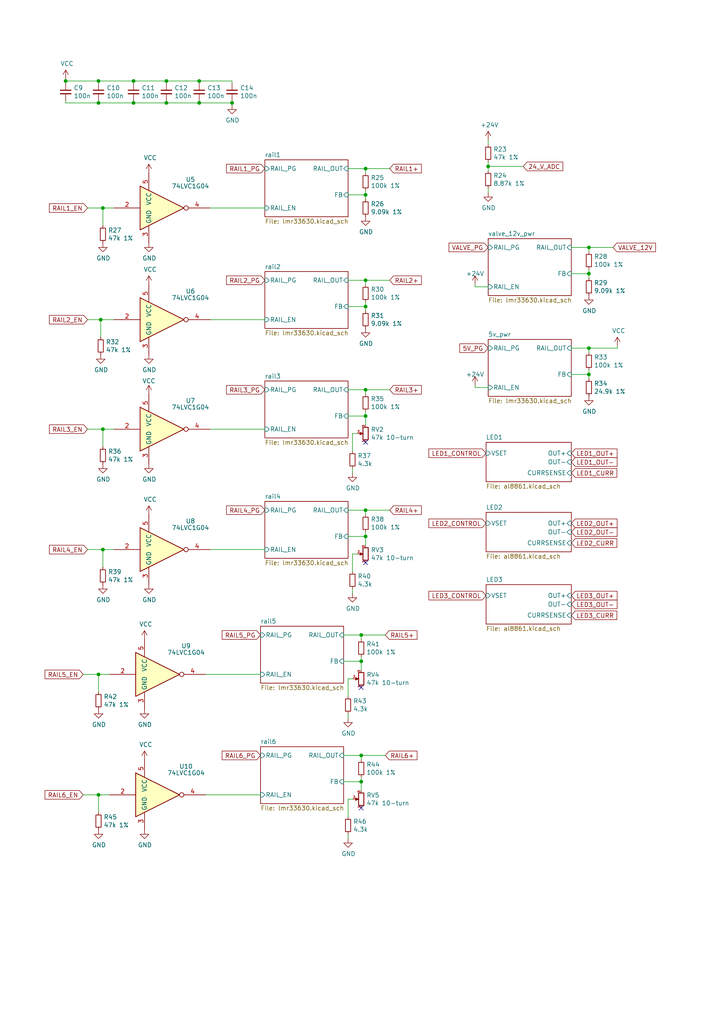
<source format=kicad_sch>
(kicad_sch (version 20230121) (generator eeschema)
  (paper "A4" portrait)
  (title_block (title "Pip Control Board") (date "2024-02-18") (rev "v3") (company "Max Hunter"))
  (lib_symbols
    (symbol "+24V_1" (power) (pin_names (offset 0))
      (property "Value" "+24V_1" (at 0 3.556 0))
      (symbol "+24V_1_0_1"
        (polyline (pts (xy -0.762 1.27) (xy 0 2.54)))
        (polyline (pts (xy 0 0) (xy 0 2.54)))
        (polyline (pts (xy 0 2.54) (xy 0.762 1.27)))
      )
      (symbol "+24V_1_1_1"
        (pin power_in line (at 0 0 90) (length 0) hide (name "+24V") (number "1"))
      )
    )
    (symbol "74xGxx:74LVC1G04"
      (property "Reference" "U" (at 0 7.62 0))
      (property "Value" "74LVC1G04" (at 5.08 -7.62 0))
      (symbol "74LVC1G04_0_1"
        (polyline (pts (xy -7.62 6.35) (xy -7.62 -6.35) (xy 5.08 0) (xy -7.62 6.35)) (stroke (width 0.254)) (fill (type background)))
      )
      (symbol "74LVC1G04_1_1"
        (pin input line (at -15.24 0 0) (length 7.62) (name "~") (number "2"))
        (pin power_in line (at -5.08 -10.16 90) (length 5.08) (name "GND") (number "3"))
        (pin output inverted (at 12.7 0 180) (length 7.62) (name "~") (number "4"))
        (pin power_in line (at -5.08 10.16 270) (length 5.08) (name "VCC") (number "5"))
      )
    )
    (symbol "Device:C_Small" (pin_numbers hide) (pin_names (offset 0.254) hide)
      (property "Reference" "C" (at 0.254 1.778 0))
      (property "Value" "C_Small" (at 0.254 -2.032 0))
      (symbol "C_Small_0_1"
        (polyline (pts (xy -1.524 -0.508) (xy 1.524 -0.508)) (stroke (width 0.3302)))
        (polyline (pts (xy -1.524 0.508) (xy 1.524 0.508)) (stroke (width 0.3048)))
      )
      (symbol "C_Small_1_1"
        (pin passive line (at 0 2.54 270) (length 2.032) (name "~") (number "1"))
        (pin passive line (at 0 -2.54 90) (length 2.032) (name "~") (number "2"))
      )
    )
    (symbol "Device:R_Potentiometer_Small" (pin_names (offset 1.016) hide)
      (property "Reference" "RV" (at -4.445 0 90))
      (property "Value" "R_Potentiometer_Small" (at -2.54 0 90))
      (symbol "R_Potentiometer_Small_0_1"
        (polyline (pts (xy 0.889 0) (xy 0.635 0) (xy 1.651 0.381) (xy 1.651 -0.381) (xy 0.635 0) (xy 0.889 0)) (fill (type outline)))
        (rectangle (start 0.762 1.8034) (end -0.762 -1.8034) (stroke (width 0.254)))
      )
      (symbol "R_Potentiometer_Small_1_1"
        (pin passive line (at 0 2.54 270) (length 0.635) (name "1") (number "1"))
        (pin passive line (at 2.54 0 180) (length 0.9906) (name "2") (number "2"))
        (pin passive line (at 0 -2.54 90) (length 0.635) (name "3") (number "3"))
      )
    )
    (symbol "Device:R_Small" (pin_numbers hide) (pin_names (offset 0.254) hide)
      (property "Reference" "R" (at 0.762 0.508 0))
      (property "Value" "R_Small" (at 0.762 -1.016 0))
      (symbol "R_Small_0_1"
        (rectangle (start -0.762 1.778) (end 0.762 -1.778) (stroke (width 0.2032)))
      )
      (symbol "R_Small_1_1"
        (pin passive line (at 0 2.54 270) (length 0.762) (name "~") (number "1"))
        (pin passive line (at 0 -2.54 90) (length 0.762) (name "~") (number "2"))
      )
    )
    (symbol "GND_20" (power) (pin_names (offset 0))
      (property "Value" "GND_20" (at 0 -3.81 0))
      (symbol "GND_20_0_1"
        (polyline (pts (xy 0 0) (xy 0 -1.27) (xy 1.27 -1.27) (xy 0 -2.54) (xy -1.27 -1.27) (xy 0 -1.27)))
      )
      (symbol "GND_20_1_1"
        (pin power_in line (at 0 0 270) (length 0) hide (name "GND") (number "1"))
      )
    )
    (symbol "GND_6" (power) (pin_names (offset 0))
      (property "Value" "GND_6" (at 0 -3.81 0))
      (symbol "GND_6_0_1"
        (polyline (pts (xy 0 0) (xy 0 -1.27) (xy 1.27 -1.27) (xy 0 -2.54) (xy -1.27 -1.27) (xy 0 -1.27)))
      )
      (symbol "GND_6_1_1"
        (pin power_in line (at 0 0 270) (length 0) hide (name "GND") (number "1"))
      )
    )
    (symbol "power:+24V" (power) (pin_names (offset 0))
      (property "Value" "+24V" (at 0 3.556 0))
      (symbol "+24V_0_1"
        (polyline (pts (xy -0.762 1.27) (xy 0 2.54)))
        (polyline (pts (xy 0 0) (xy 0 2.54)))
        (polyline (pts (xy 0 2.54) (xy 0.762 1.27)))
      )
      (symbol "+24V_1_1"
        (pin power_in line (at 0 0 90) (length 0) hide (name "+24V") (number "1"))
      )
    )
    (symbol "power:GND" (power) (pin_names (offset 0))
      (property "Value" "GND" (at 0 -3.81 0))
      (symbol "GND_0_1"
        (polyline (pts (xy 0 0) (xy 0 -1.27) (xy 1.27 -1.27) (xy 0 -2.54) (xy -1.27 -1.27) (xy 0 -1.27)))
      )
      (symbol "GND_1_1"
        (pin power_in line (at 0 0 270) (length 0) hide (name "GND") (number "1"))
      )
    )
    (symbol "power:VCC" (power) (pin_names (offset 0))
      (property "Value" "VCC" (at 0 3.81 0))
      (symbol "VCC_0_1"
        (polyline (pts (xy -0.762 1.27) (xy 0 2.54)))
        (polyline (pts (xy 0 0) (xy 0 2.54)))
        (polyline (pts (xy 0 2.54) (xy 0.762 1.27)))
      )
      (symbol "VCC_1_1"
        (pin power_in line (at 0 0 90) (length 0) hide (name "VCC") (number "1"))
      )
    )
  )
  (junction (at 106.045 56.515))
  (junction (at 29.845 60.325))
  (junction (at 104.775 191.77))
  (junction (at 28.575 195.58))
  (junction (at 106.045 155.575))
  (junction (at 104.775 219.075))
  (junction (at 29.845 124.46))
  (junction (at 29.21 92.71))
  (junction (at 170.815 79.375))
  (junction (at 170.815 71.755))
  (junction (at 48.26 23.495))
  (junction (at 48.26 29.845))
  (junction (at 104.775 184.15))
  (junction (at 104.775 226.695))
  (junction (at 19.05 23.495))
  (junction (at 67.31 29.845))
  (junction (at 106.045 147.955))
  (junction (at 106.045 48.895))
  (junction (at 141.605 48.26))
  (junction (at 57.785 23.495))
  (junction (at 106.045 88.9))
  (junction (at 170.815 108.585))
  (junction (at 28.575 29.845))
  (junction (at 38.735 23.495))
  (junction (at 29.845 159.385))
  (junction (at 106.045 113.03))
  (junction (at 28.575 230.505))
  (junction (at 170.815 100.965))
  (junction (at 57.785 29.845))
  (junction (at 38.735 29.845))
  (junction (at 106.045 81.28))
  (junction (at 106.045 120.65))
  (junction (at 28.575 23.495))
  (no_connect (at 106.045 163.195))
  (no_connect (at 106.045 128.27))
  (no_connect (at 104.775 199.39))
  (no_connect (at 104.775 234.315))
  (wire (pts (xy 170.815 100.965) (xy 170.815 102.235)))
  (wire (pts (xy 38.735 23.495) (xy 48.26 23.495)))
  (wire (pts (xy 104.775 219.075) (xy 104.775 220.345)))
  (wire (pts (xy 141.605 49.53) (xy 141.605 48.26)))
  (wire (pts (xy 99.695 184.15) (xy 104.775 184.15)))
  (wire (pts (xy 106.045 120.65) (xy 106.045 123.19)))
  (wire (pts (xy 102.235 231.775) (xy 100.965 231.775)))
  (wire (pts (xy 137.795 82.55) (xy 137.795 83.185)))
  (wire (pts (xy 106.045 88.9) (xy 106.045 90.17)))
  (wire (pts (xy 104.775 226.695) (xy 104.775 229.235)))
  (wire (pts (xy 67.31 24.13) (xy 67.31 23.495)))
  (wire (pts (xy 103.505 160.655) (xy 102.235 160.655)))
  (wire (pts (xy 106.045 88.9) (xy 106.045 87.63)))
  (wire (pts (xy 28.575 23.495) (xy 28.575 24.13)))
  (wire (pts (xy 28.575 230.505) (xy 28.575 235.585)))
  (wire (pts (xy 24.13 195.58) (xy 28.575 195.58)))
  (wire (pts (xy 102.235 125.73) (xy 102.235 130.81)))
  (wire (pts (xy 99.695 219.075) (xy 104.775 219.075)))
  (wire (pts (xy 106.045 154.305) (xy 106.045 155.575)))
  (wire (pts (xy 104.775 225.425) (xy 104.775 226.695)))
  (wire (pts (xy 28.575 195.58) (xy 31.75 195.58)))
  (wire (pts (xy 60.96 124.46) (xy 76.835 124.46)))
  (wire (pts (xy 104.775 184.15) (xy 111.76 184.15)))
  (wire (pts (xy 103.505 125.73) (xy 102.235 125.73)))
  (wire (pts (xy 137.795 83.185) (xy 141.605 83.185)))
  (wire (pts (xy 24.13 230.505) (xy 28.575 230.505)))
  (wire (pts (xy 29.845 60.325) (xy 33.02 60.325)))
  (wire (pts (xy 28.575 230.505) (xy 31.75 230.505)))
  (wire (pts (xy 106.045 56.515) (xy 106.045 57.785)))
  (wire (pts (xy 48.26 29.845) (xy 57.785 29.845)))
  (wire (pts (xy 19.05 22.86) (xy 19.05 23.495)))
  (wire (pts (xy 25.4 159.385) (xy 29.845 159.385)))
  (wire (pts (xy 106.045 119.38) (xy 106.045 120.65)))
  (wire (pts (xy 59.69 195.58) (xy 75.565 195.58)))
  (wire (pts (xy 170.815 79.375) (xy 170.815 78.105)))
  (wire (pts (xy 25.4 60.325) (xy 29.845 60.325)))
  (wire (pts (xy 29.845 124.46) (xy 33.02 124.46)))
  (wire (pts (xy 102.235 196.85) (xy 100.965 196.85)))
  (wire (pts (xy 141.605 55.88) (xy 141.605 54.61)))
  (wire (pts (xy 60.96 159.385) (xy 76.835 159.385)))
  (wire (pts (xy 57.785 23.495) (xy 67.31 23.495)))
  (wire (pts (xy 106.045 81.28) (xy 106.045 82.55)))
  (wire (pts (xy 170.815 100.965) (xy 179.07 100.965)))
  (wire (pts (xy 165.735 79.375) (xy 170.815 79.375)))
  (wire (pts (xy 170.815 79.375) (xy 170.815 80.645)))
  (wire (pts (xy 57.785 23.495) (xy 57.785 24.13)))
  (wire (pts (xy 100.965 120.65) (xy 106.045 120.65)))
  (wire (pts (xy 100.965 81.28) (xy 106.045 81.28)))
  (wire (pts (xy 141.605 48.26) (xy 141.605 46.99)))
  (wire (pts (xy 60.96 60.325) (xy 76.835 60.325)))
  (wire (pts (xy 48.26 29.21) (xy 48.26 29.845)))
  (wire (pts (xy 106.045 81.28) (xy 113.03 81.28)))
  (wire (pts (xy 29.845 159.385) (xy 29.845 164.465)))
  (wire (pts (xy 100.965 231.775) (xy 100.965 236.855)))
  (wire (pts (xy 25.4 92.71) (xy 29.21 92.71)))
  (wire (pts (xy 59.69 230.505) (xy 75.565 230.505)))
  (wire (pts (xy 102.235 137.16) (xy 102.235 135.89)))
  (wire (pts (xy 29.845 60.325) (xy 29.845 65.405)))
  (wire (pts (xy 28.575 195.58) (xy 28.575 200.66)))
  (wire (pts (xy 57.785 29.21) (xy 57.785 29.845)))
  (wire (pts (xy 100.965 208.28) (xy 100.965 207.01)))
  (wire (pts (xy 106.045 155.575) (xy 106.045 158.115)))
  (wire (pts (xy 67.31 29.21) (xy 67.31 29.845)))
  (wire (pts (xy 137.795 111.76) (xy 137.795 112.395)))
  (wire (pts (xy 48.26 23.495) (xy 48.26 24.13)))
  (wire (pts (xy 100.965 155.575) (xy 106.045 155.575)))
  (wire (pts (xy 60.96 92.71) (xy 76.835 92.71)))
  (wire (pts (xy 29.21 92.71) (xy 33.02 92.71)))
  (wire (pts (xy 102.235 160.655) (xy 102.235 165.735)))
  (wire (pts (xy 99.695 226.695) (xy 104.775 226.695)))
  (wire (pts (xy 38.735 29.845) (xy 48.26 29.845)))
  (wire (pts (xy 106.045 48.895) (xy 106.045 50.165)))
  (wire (pts (xy 19.05 29.845) (xy 28.575 29.845)))
  (wire (pts (xy 67.31 29.845) (xy 67.31 30.48)))
  (wire (pts (xy 100.965 48.895) (xy 106.045 48.895)))
  (wire (pts (xy 104.775 219.075) (xy 111.76 219.075)))
  (wire (pts (xy 29.845 159.385) (xy 33.02 159.385)))
  (wire (pts (xy 100.965 196.85) (xy 100.965 201.93)))
  (wire (pts (xy 106.045 147.955) (xy 106.045 149.225)))
  (wire (pts (xy 106.045 56.515) (xy 106.045 55.245)))
  (wire (pts (xy 29.21 92.71) (xy 29.21 97.79)))
  (wire (pts (xy 19.05 29.21) (xy 19.05 29.845)))
  (wire (pts (xy 57.785 29.845) (xy 67.31 29.845)))
  (wire (pts (xy 170.815 71.755) (xy 177.8 71.755)))
  (wire (pts (xy 104.775 190.5) (xy 104.775 191.77)))
  (wire (pts (xy 106.045 147.955) (xy 113.03 147.955)))
  (wire (pts (xy 106.045 113.03) (xy 106.045 114.3)))
  (wire (pts (xy 104.775 191.77) (xy 104.775 194.31)))
  (wire (pts (xy 141.605 41.91) (xy 141.605 40.64)))
  (wire (pts (xy 102.235 172.085) (xy 102.235 170.815)))
  (wire (pts (xy 100.965 147.955) (xy 106.045 147.955)))
  (wire (pts (xy 100.965 243.205) (xy 100.965 241.935)))
  (wire (pts (xy 25.4 124.46) (xy 29.845 124.46)))
  (wire (pts (xy 179.07 100.965) (xy 179.07 100.33)))
  (wire (pts (xy 104.775 184.15) (xy 104.775 185.42)))
  (wire (pts (xy 100.965 88.9) (xy 106.045 88.9)))
  (wire (pts (xy 165.735 100.965) (xy 170.815 100.965)))
  (wire (pts (xy 38.735 29.21) (xy 38.735 29.845)))
  (wire (pts (xy 19.05 23.495) (xy 19.05 24.13)))
  (wire (pts (xy 28.575 29.21) (xy 28.575 29.845)))
  (wire (pts (xy 170.815 108.585) (xy 170.815 107.315)))
  (wire (pts (xy 165.735 71.755) (xy 170.815 71.755)))
  (wire (pts (xy 48.26 23.495) (xy 57.785 23.495)))
  (wire (pts (xy 100.965 56.515) (xy 106.045 56.515)))
  (wire (pts (xy 29.845 124.46) (xy 29.845 129.54)))
  (wire (pts (xy 99.695 191.77) (xy 104.775 191.77)))
  (wire (pts (xy 170.815 71.755) (xy 170.815 73.025)))
  (wire (pts (xy 28.575 29.845) (xy 38.735 29.845)))
  (wire (pts (xy 28.575 23.495) (xy 38.735 23.495)))
  (wire (pts (xy 106.045 48.895) (xy 113.03 48.895)))
  (wire (pts (xy 151.765 48.26) (xy 141.605 48.26)))
  (wire (pts (xy 106.045 113.03) (xy 113.03 113.03)))
  (wire (pts (xy 100.965 113.03) (xy 106.045 113.03)))
  (wire (pts (xy 137.795 112.395) (xy 141.605 112.395)))
  (wire (pts (xy 38.735 23.495) (xy 38.735 24.13)))
  (wire (pts (xy 19.05 23.495) (xy 28.575 23.495)))
  (wire (pts (xy 165.735 108.585) (xy 170.815 108.585)))
  (wire (pts (xy 170.815 108.585) (xy 170.815 109.855)))
  (global_label "RAIL4+" (shape input) (at 113.03 147.955 0) (property "Intersheetrefs" "${INTERSHEET_REFS}" (effects hide)))
  (global_label "LED1_OUT+" (shape input) (at 165.735 131.445 0) (property "Intersheetrefs" "${INTERSHEET_REFS}" (effects hide)))
  (global_label "RAIL6_EN" (shape input) (at 24.13 230.505 180) (property "Intersheetrefs" "${INTERSHEET_REFS}" (effects hide)))
  (global_label "VALVE_12V" (shape input) (at 177.8 71.755 0) (property "Intersheetrefs" "${INTERSHEET_REFS}" (effects hide)))
  (global_label "5V_PG" (shape input) (at 141.605 100.965 180) (property "Intersheetrefs" "${INTERSHEET_REFS}" (effects hide)))
  (global_label "RAIL3_EN" (shape input) (at 25.4 124.46 180) (property "Intersheetrefs" "${INTERSHEET_REFS}" (effects hide)))
  (global_label "LED1_CONTROL" (shape input) (at 140.97 131.445 180) (property "Intersheetrefs" "${INTERSHEET_REFS}" (effects hide)))
  (global_label "VALVE_PG" (shape input) (at 141.605 71.755 180) (property "Intersheetrefs" "${INTERSHEET_REFS}" (effects hide)))
  (global_label "RAIL4_EN" (shape input) (at 25.4 159.385 180) (property "Intersheetrefs" "${INTERSHEET_REFS}" (effects hide)))
  (global_label "LED2_CURR" (shape input) (at 165.735 157.48 0) (property "Intersheetrefs" "${INTERSHEET_REFS}" (effects hide)))
  (global_label "LED2_OUT+" (shape input) (at 165.735 151.765 0) (property "Intersheetrefs" "${INTERSHEET_REFS}" (effects hide)))
  (global_label "LED2_OUT-" (shape input) (at 165.735 154.305 0) (property "Intersheetrefs" "${INTERSHEET_REFS}" (effects hide)))
  (global_label "RAIL6_PG" (shape input) (at 75.565 219.075 180) (property "Intersheetrefs" "${INTERSHEET_REFS}" (effects hide)))
  (global_label "RAIL1_PG" (shape input) (at 76.835 48.895 180) (property "Intersheetrefs" "${INTERSHEET_REFS}" (effects hide)))
  (global_label "LED1_OUT-" (shape input) (at 165.735 133.985 0) (property "Intersheetrefs" "${INTERSHEET_REFS}" (effects hide)))
  (global_label "RAIL2_PG" (shape input) (at 76.835 81.28 180) (property "Intersheetrefs" "${INTERSHEET_REFS}" (effects hide)))
  (global_label "RAIL2+" (shape input) (at 113.03 81.28 0) (property "Intersheetrefs" "${INTERSHEET_REFS}" (effects hide)))
  (global_label "RAIL1+" (shape input) (at 113.03 48.895 0) (property "Intersheetrefs" "${INTERSHEET_REFS}" (effects hide)))
  (global_label "RAIL5+" (shape input) (at 111.76 184.15 0) (property "Intersheetrefs" "${INTERSHEET_REFS}" (effects hide)))
  (global_label "RAIL6+" (shape input) (at 111.76 219.075 0) (property "Intersheetrefs" "${INTERSHEET_REFS}" (effects hide)))
  (global_label "RAIL5_EN" (shape input) (at 24.13 195.58 180) (property "Intersheetrefs" "${INTERSHEET_REFS}" (effects hide)))
  (global_label "LED3_CONTROL" (shape input) (at 140.97 172.72 180) (property "Intersheetrefs" "${INTERSHEET_REFS}" (effects hide)))
  (global_label "RAIL2_EN" (shape input) (at 25.4 92.71 180) (property "Intersheetrefs" "${INTERSHEET_REFS}" (effects hide)))
  (global_label "LED3_CURR" (shape input) (at 165.735 178.435 0) (property "Intersheetrefs" "${INTERSHEET_REFS}" (effects hide)))
  (global_label "LED3_OUT+" (shape input) (at 165.735 172.72 0) (property "Intersheetrefs" "${INTERSHEET_REFS}" (effects hide)))
  (global_label "24_V_ADC" (shape input) (at 151.765 48.26 0) (property "Intersheetrefs" "${INTERSHEET_REFS}" (effects hide)))
  (global_label "LED1_CURR" (shape input) (at 165.735 137.16 0) (property "Intersheetrefs" "${INTERSHEET_REFS}" (effects hide)))
  (global_label "LED2_CONTROL" (shape input) (at 140.97 151.765 180) (property "Intersheetrefs" "${INTERSHEET_REFS}" (effects hide)))
  (global_label "RAIL3+" (shape input) (at 113.03 113.03 0) (property "Intersheetrefs" "${INTERSHEET_REFS}" (effects hide)))
  (global_label "RAIL4_PG" (shape input) (at 76.835 147.955 180) (property "Intersheetrefs" "${INTERSHEET_REFS}" (effects hide)))
  (global_label "RAIL5_PG" (shape input) (at 75.565 184.15 180) (property "Intersheetrefs" "${INTERSHEET_REFS}" (effects hide)))
  (global_label "RAIL1_EN" (shape input) (at 25.4 60.325 180) (property "Intersheetrefs" "${INTERSHEET_REFS}" (effects hide)))
  (global_label "RAIL3_PG" (shape input) (at 76.835 113.03 180) (property "Intersheetrefs" "${INTERSHEET_REFS}" (effects hide)))
  (global_label "LED3_OUT-" (shape input) (at 165.735 175.26 0) (property "Intersheetrefs" "${INTERSHEET_REFS}" (effects hide)))
  (symbol (lib_name "GND_20") (lib_id "power:GND") (at 106.045 95.25 0) (unit 1)
    (property "Reference" "#PWR058" (effects hide))
    (property "Value" "GND" (at 106.172 99.6442 0))
    (instances (project "pipcb" (path "" (reference "#PWR058") (unit 1))) (project "power" (path "" (reference "#PWR?") (unit 1))))
  )
  (symbol (lib_id "power:VCC") (at 179.07 100.33 0) (unit 1)
    (property "Reference" "#PWR059" (effects hide))
    (property "Value" "VCC" (at 179.451 95.9358 0))
  )
  (symbol (lib_id "power:GND") (at 141.605 55.88 0) (unit 1)
    (property "Reference" "#PWR051" (effects hide))
    (property "Value" "GND" (at 141.732 60.2742 0))
  )
  (symbol (lib_id "Device:R_Small") (at 141.605 44.45 180) (unit 1)
    (property "Reference" "R23" (at 143.1036 43.2816 0) (effects (justify right)))
    (property "Value" "47k 1%" (at 143.1036 45.593 0) (effects (justify right)))
    (property "Footprint" "Resistor_SMD:R_0805_2012Metric" (effects hide))
    (property "LCSC Part #" "C17713" (effects hide))
  )
  (symbol (lib_id "Device:R_Small") (at 141.605 52.07 180) (unit 1)
    (property "Reference" "R24" (at 143.1036 50.9016 0) (effects (justify right)))
    (property "Value" "8.87k 1%" (at 143.1036 53.213 0) (effects (justify right)))
    (property "Footprint" "Resistor_SMD:R_0805_2012Metric" (effects hide))
    (property "LCSC Part #" "C37551" (effects hide))
  )
  (symbol (lib_id "power:+24V") (at 141.605 40.64 0) (unit 1)
    (property "Reference" "#PWR049" (effects hide))
    (property "Value" "+24V" (at 141.986 36.2458 0))
  )
  (symbol (lib_name "GND_6") (lib_id "power:GND") (at 28.575 240.665 0) (unit 1)
    (property "Reference" "#PWR077" (effects hide))
    (property "Value" "GND" (at 28.702 245.0592 0))
    (instances (project "pipcb" (path "" (reference "#PWR077") (unit 1))) (project "power" (path "" (reference "#PWR?") (unit 1))))
  )
  (symbol (lib_id "Device:C_Small") (at 48.26 26.67 0) (unit 1)
    (property "Reference" "C12" (at 50.5968 25.5016 0) (effects (justify left)))
    (property "Value" "100n" (at 50.5968 27.813 0) (effects (justify left)))
    (property "Footprint" "Capacitor_SMD:C_0805_2012Metric" (effects hide))
    (property "LCSC Part #" "C28233" (effects hide))
    (instances (project "pipcb" (path "" (reference "C12") (unit 1)) (path "" (reference "C38") (unit 1)) (path "" (reference "C93") (unit 1)) (path "" (reference "C45") (unit 1)) (path "" (reference "C53") (unit 1)) (path "" (reference "C61") (unit 1)) (path "" (reference "C69") (unit 1)) (path "" (reference "C77") (unit 1)) (path "" (reference "C85") (unit 1))) (project "power" (path "" (reference "C?") (unit 1))))
  )
  (symbol (lib_id "74xGxx:74LVC1G04") (at 48.26 92.71 0) (unit 1)
    (property "Reference" "U6" (at 55.245 84.455 0))
    (property "Value" "74LVC1G04" (at 55.245 86.36 0))
    (property "Footprint" "Package_TO_SOT_SMD:SOT-353_SC-70-5" (effects hide))
    (property "Datasheet" "https://www.ti.com/lit/ds/symlink/sn74lvc1g04.pdf" (effects hide))
    (property "LCSC Part #" "C8207" (effects hide))
  )
  (symbol (lib_id "power:VCC") (at 43.18 149.225 0) (unit 1)
    (property "Reference" "#PWR068" (effects hide))
    (property "Value" "VCC" (at 43.561 144.8308 0))
  )
  (symbol (lib_id "74xGxx:74LVC1G04") (at 48.26 124.46 0) (unit 1)
    (property "Reference" "U7" (at 55.245 116.205 0))
    (property "Value" "74LVC1G04" (at 55.245 118.11 0))
    (property "Footprint" "Package_TO_SOT_SMD:SOT-353_SC-70-5" (effects hide))
    (property "Datasheet" "https://www.ti.com/lit/ds/symlink/sn74lvc1g04.pdf" (effects hide))
    (property "LCSC Part #" "C8207" (effects hide))
  )
  (symbol (lib_id "Device:R_Small") (at 106.045 85.09 0) (unit 1)
    (property "Reference" "R30" (at 107.5436 83.9216 0) (effects (justify left)))
    (property "Value" "100k 1%" (at 107.5436 86.233 0) (effects (justify left)))
    (property "Footprint" "Resistor_SMD:R_0805_2012Metric" (effects hide))
    (property "LCSC Part #" "C149504" (effects hide))
    (instances (project "pipcb" (path "" (reference "R30") (unit 1))) (project "power" (path "" (reference "R?") (unit 1))))
  )
  (symbol (lib_id "Device:R_Small") (at 104.775 222.885 0) (unit 1)
    (property "Reference" "R44" (at 106.2736 221.7166 0) (effects (justify left)))
    (property "Value" "100k 1%" (at 106.2736 224.028 0) (effects (justify left)))
    (property "Footprint" "Resistor_SMD:R_0805_2012Metric" (effects hide))
    (property "LCSC Part #" "C149504" (effects hide))
    (instances (project "pipcb" (path "" (reference "R44") (unit 1))) (project "power" (path "" (reference "R?") (unit 1))))
  )
  (symbol (lib_id "Device:R_Small") (at 170.815 75.565 0) (unit 1)
    (property "Reference" "R28" (at 172.3136 74.3966 0) (effects (justify left)))
    (property "Value" "100k 1%" (at 172.3136 76.708 0) (effects (justify left)))
    (property "Footprint" "Resistor_SMD:R_0805_2012Metric" (effects hide))
    (property "LCSC Part #" "C149504" (effects hide))
    (instances (project "pipcb" (path "" (reference "R28") (unit 1))) (project "power" (path "" (reference "R?") (unit 1))))
  )
  (symbol (lib_id "power:VCC") (at 43.18 114.3 0) (unit 1)
    (property "Reference" "#PWR063" (effects hide))
    (property "Value" "VCC" (at 43.18 110.49 0))
  )
  (symbol (lib_name "+24V_1") (lib_id "power:+24V") (at 137.795 82.55 0) (unit 1)
    (property "Reference" "#PWR056" (effects hide))
    (property "Value" "+24V" (at 137.795 79.375 0))
  )
  (symbol (lib_name "GND_6") (lib_id "power:GND") (at 102.235 172.085 0) (unit 1)
    (property "Reference" "#PWR071" (effects hide))
    (property "Value" "GND" (at 102.362 176.4792 0))
    (instances (project "pipcb" (path "" (reference "#PWR071") (unit 1))) (project "power" (path "" (reference "#PWR?") (unit 1))))
  )
  (symbol (lib_name "GND_20") (lib_id "power:GND") (at 170.815 85.725 0) (unit 1)
    (property "Reference" "#PWR057" (effects hide))
    (property "Value" "GND" (at 170.942 90.1192 0))
    (instances (project "pipcb" (path "" (reference "#PWR057") (unit 1))) (project "power" (path "" (reference "#PWR?") (unit 1))))
  )
  (symbol (lib_name "GND_6") (lib_id "power:GND") (at 43.18 70.485 0) (unit 1)
    (property "Reference" "#PWR054" (effects hide))
    (property "Value" "GND" (at 43.307 74.8792 0))
    (instances (project "pipcb" (path "" (reference "#PWR054") (unit 1))) (project "power" (path "" (reference "#PWR?") (unit 1))))
  )
  (symbol (lib_id "Device:R_Small") (at 28.575 203.2 180) (unit 1)
    (property "Reference" "R42" (at 30.0736 202.0316 0) (effects (justify right)))
    (property "Value" "47k 1%" (at 30.0736 204.343 0) (effects (justify right)))
    (property "Footprint" "Resistor_SMD:R_0805_2012Metric" (effects hide))
    (property "LCSC Part #" "C17713" (effects hide))
  )
  (symbol (lib_id "74xGxx:74LVC1G04") (at 46.99 195.58 0) (unit 1)
    (property "Reference" "U9" (at 53.975 187.325 0))
    (property "Value" "74LVC1G04" (at 53.975 189.23 0))
    (property "Footprint" "Package_TO_SOT_SMD:SOT-353_SC-70-5" (effects hide))
    (property "Datasheet" "https://www.ti.com/lit/ds/symlink/sn74lvc1g04.pdf" (effects hide))
    (property "LCSC Part #" "C8207" (effects hide))
  )
  (symbol (lib_id "Device:C_Small") (at 57.785 26.67 0) (unit 1)
    (property "Reference" "C13" (at 60.1218 25.5016 0) (effects (justify left)))
    (property "Value" "100n" (at 60.1218 27.813 0) (effects (justify left)))
    (property "Footprint" "Capacitor_SMD:C_0805_2012Metric" (effects hide))
    (property "LCSC Part #" "C28233" (effects hide))
    (instances (project "pipcb" (path "" (reference "C13") (unit 1)) (path "" (reference "C38") (unit 1)) (path "" (reference "C93") (unit 1)) (path "" (reference "C45") (unit 1)) (path "" (reference "C53") (unit 1)) (path "" (reference "C61") (unit 1)) (path "" (reference "C69") (unit 1)) (path "" (reference "C77") (unit 1)) (path "" (reference "C85") (unit 1))) (project "power" (path "" (reference "C?") (unit 1))))
  )
  (symbol (lib_name "GND_6") (lib_id "power:GND") (at 29.845 134.62 0) (unit 1)
    (property "Reference" "#PWR065" (effects hide))
    (property "Value" "GND" (at 29.972 139.0142 0))
    (instances (project "pipcb" (path "" (reference "#PWR065") (unit 1))) (project "power" (path "" (reference "#PWR?") (unit 1))))
  )
  (symbol (lib_id "74xGxx:74LVC1G04") (at 48.26 60.325 0) (unit 1)
    (property "Reference" "U5" (at 55.245 52.07 0))
    (property "Value" "74LVC1G04" (at 55.245 53.975 0))
    (property "Footprint" "Package_TO_SOT_SMD:SOT-353_SC-70-5" (effects hide))
    (property "Datasheet" "https://www.ti.com/lit/ds/symlink/sn74lvc1g04.pdf" (effects hide))
    (property "LCSC Part #" "C8207" (effects hide))
  )
  (symbol (lib_name "GND_6") (lib_id "power:GND") (at 41.91 205.74 0) (unit 1)
    (property "Reference" "#PWR074" (effects hide))
    (property "Value" "GND" (at 42.037 210.1342 0))
    (instances (project "pipcb" (path "" (reference "#PWR074") (unit 1))) (project "power" (path "" (reference "#PWR?") (unit 1))))
  )
  (symbol (lib_id "Device:R_Small") (at 100.965 239.395 0) (unit 1)
    (property "Reference" "R46" (at 102.4636 238.2266 0) (effects (justify left)))
    (property "Value" "4.3k" (at 102.4636 240.538 0) (effects (justify left)))
    (property "Footprint" "Resistor_SMD:R_0805_2012Metric" (effects hide))
    (property "LCSC Part #" "C204496" (effects hide))
    (instances (project "pipcb" (path "" (reference "R46") (unit 1))) (project "power" (path "" (reference "R?") (unit 1))))
  )
  (symbol (lib_id "Device:R_Small") (at 106.045 60.325 0) (unit 1)
    (property "Reference" "R26" (at 107.5436 59.1566 0) (effects (justify left)))
    (property "Value" "9.09k 1%" (at 107.5436 61.468 0) (effects (justify left)))
    (property "Footprint" "Resistor_SMD:R_0805_2012Metric" (effects hide))
    (property "LCSC Part #" "C408923" (effects hide))
    (instances (project "pipcb" (path "" (reference "R26") (unit 1))) (project "power" (path "" (reference "R?") (unit 1))))
  )
  (symbol (lib_id "Device:R_Small") (at 28.575 238.125 180) (unit 1)
    (property "Reference" "R45" (at 30.0736 236.9566 0) (effects (justify right)))
    (property "Value" "47k 1%" (at 30.0736 239.268 0) (effects (justify right)))
    (property "Footprint" "Resistor_SMD:R_0805_2012Metric" (effects hide))
    (property "LCSC Part #" "C17713" (effects hide))
  )
  (symbol (lib_id "Device:R_Small") (at 106.045 92.71 0) (unit 1)
    (property "Reference" "R31" (at 107.5436 91.5416 0) (effects (justify left)))
    (property "Value" "9.09k 1%" (at 107.5436 93.853 0) (effects (justify left)))
    (property "Footprint" "Resistor_SMD:R_0805_2012Metric" (effects hide))
    (property "LCSC Part #" "C408923" (effects hide))
    (instances (project "pipcb" (path "" (reference "R31") (unit 1))) (project "power" (path "" (reference "R?") (unit 1))))
  )
  (symbol (lib_id "Device:R_Small") (at 170.815 112.395 0) (unit 1)
    (property "Reference" "R34" (at 172.3136 111.2266 0) (effects (justify left)))
    (property "Value" "24.9k 1%" (at 172.3136 113.538 0) (effects (justify left)))
    (property "Footprint" "Resistor_SMD:R_0805_2012Metric" (effects hide))
    (property "LCSC Part #" "C234872" (effects hide))
    (instances (project "pipcb" (path "" (reference "R34") (unit 1))) (project "power" (path "" (reference "R?") (unit 1))))
  )
  (symbol (lib_id "Device:C_Small") (at 19.05 26.67 0) (unit 1)
    (property "Reference" "C9" (at 21.3868 25.5016 0) (effects (justify left)))
    (property "Value" "100n" (at 21.3868 27.813 0) (effects (justify left)))
    (property "Footprint" "Capacitor_SMD:C_0805_2012Metric" (effects hide))
    (property "LCSC Part #" "C28233" (effects hide))
    (instances (project "pipcb" (path "" (reference "C9") (unit 1)) (path "" (reference "C38") (unit 1)) (path "" (reference "C93") (unit 1)) (path "" (reference "C45") (unit 1)) (path "" (reference "C53") (unit 1)) (path "" (reference "C61") (unit 1)) (path "" (reference "C69") (unit 1)) (path "" (reference "C77") (unit 1)) (path "" (reference "C85") (unit 1))) (project "power" (path "" (reference "C?") (unit 1))))
  )
  (symbol (lib_id "Device:R_Small") (at 102.235 133.35 0) (unit 1)
    (property "Reference" "R37" (at 103.7336 132.1816 0) (effects (justify left)))
    (property "Value" "4.3k" (at 103.7336 134.493 0) (effects (justify left)))
    (property "Footprint" "Resistor_SMD:R_0805_2012Metric" (effects hide))
    (property "LCSC Part #" "C204496" (effects hide))
    (instances (project "pipcb" (path "" (reference "R37") (unit 1))) (project "power" (path "" (reference "R?") (unit 1))))
  )
  (symbol (lib_id "Device:C_Small") (at 38.735 26.67 0) (unit 1)
    (property "Reference" "C11" (at 41.0718 25.5016 0) (effects (justify left)))
    (property "Value" "100n" (at 41.0718 27.813 0) (effects (justify left)))
    (property "Footprint" "Capacitor_SMD:C_0805_2012Metric" (effects hide))
    (property "LCSC Part #" "C28233" (effects hide))
    (instances (project "pipcb" (path "" (reference "C11") (unit 1)) (path "" (reference "C38") (unit 1)) (path "" (reference "C93") (unit 1)) (path "" (reference "C45") (unit 1)) (path "" (reference "C53") (unit 1)) (path "" (reference "C61") (unit 1)) (path "" (reference "C69") (unit 1)) (path "" (reference "C77") (unit 1)) (path "" (reference "C85") (unit 1))) (project "power" (path "" (reference "C?") (unit 1))))
  )
  (symbol (lib_id "Device:R_Small") (at 106.045 52.705 0) (unit 1)
    (property "Reference" "R25" (at 107.5436 51.5366 0) (effects (justify left)))
    (property "Value" "100k 1%" (at 107.5436 53.848 0) (effects (justify left)))
    (property "Footprint" "Resistor_SMD:R_0805_2012Metric" (effects hide))
    (property "LCSC Part #" "C149504" (effects hide))
    (instances (project "pipcb" (path "" (reference "R25") (unit 1))) (project "power" (path "" (reference "R?") (unit 1))))
  )
  (symbol (lib_id "Device:C_Small") (at 67.31 26.67 0) (unit 1)
    (property "Reference" "C14" (at 69.6468 25.5016 0) (effects (justify left)))
    (property "Value" "100n" (at 69.6468 27.813 0) (effects (justify left)))
    (property "Footprint" "Capacitor_SMD:C_0805_2012Metric" (effects hide))
    (property "LCSC Part #" "C28233" (effects hide))
    (instances (project "pipcb" (path "" (reference "C14") (unit 1)) (path "" (reference "C38") (unit 1)) (path "" (reference "C93") (unit 1)) (path "" (reference "C45") (unit 1)) (path "" (reference "C53") (unit 1)) (path "" (reference "C61") (unit 1)) (path "" (reference "C69") (unit 1)) (path "" (reference "C77") (unit 1)) (path "" (reference "C85") (unit 1))) (project "power" (path "" (reference "C?") (unit 1))))
  )
  (symbol (lib_name "GND_6") (lib_id "power:GND") (at 100.965 243.205 0) (unit 1)
    (property "Reference" "#PWR079" (effects hide))
    (property "Value" "GND" (at 101.092 247.5992 0))
    (instances (project "pipcb" (path "" (reference "#PWR079") (unit 1))) (project "power" (path "" (reference "#PWR?") (unit 1))))
  )
  (symbol (lib_id "Device:R_Small") (at 29.21 100.33 180) (unit 1)
    (property "Reference" "R32" (at 30.7086 99.1616 0) (effects (justify right)))
    (property "Value" "47k 1%" (at 30.7086 101.473 0) (effects (justify right)))
    (property "Footprint" "Resistor_SMD:R_0805_2012Metric" (effects hide))
    (property "LCSC Part #" "C17713" (effects hide))
  )
  (symbol (lib_id "Device:R_Small") (at 104.775 187.96 0) (unit 1)
    (property "Reference" "R41" (at 106.2736 186.7916 0) (effects (justify left)))
    (property "Value" "100k 1%" (at 106.2736 189.103 0) (effects (justify left)))
    (property "Footprint" "Resistor_SMD:R_0805_2012Metric" (effects hide))
    (property "LCSC Part #" "C149504" (effects hide))
    (instances (project "pipcb" (path "" (reference "R41") (unit 1))) (project "power" (path "" (reference "R?") (unit 1))))
  )
  (symbol (lib_id "Device:R_Small") (at 170.815 83.185 0) (unit 1)
    (property "Reference" "R29" (at 172.3136 82.0166 0) (effects (justify left)))
    (property "Value" "9.09k 1%" (at 172.3136 84.328 0) (effects (justify left)))
    (property "Footprint" "Resistor_SMD:R_0805_2012Metric" (effects hide))
    (property "LCSC Part #" "C408923" (effects hide))
    (instances (project "pipcb" (path "" (reference "R29") (unit 1))) (project "power" (path "" (reference "R?") (unit 1))))
  )
  (symbol (lib_id "Device:R_Potentiometer_Small") (at 106.045 125.73 180) (unit 1)
    (property "Reference" "RV2" (at 107.569 124.5616 0) (effects (justify right)))
    (property "Value" "47k 10-turn" (at 107.569 126.873 0) (effects (justify right)))
    (property "Footprint" "Potentiometer_THT:Potentiometer_Bourns_3296W_Vertical" (effects hide))
    (property "LCSC Part #" "C83686" (effects hide))
    (instances (project "pipcb" (path "" (reference "RV2") (unit 1))) (project "power" (path "" (reference "RV?") (unit 1))))
  )
  (symbol (lib_name "+24V_1") (lib_id "power:+24V") (at 137.795 111.76 0) (unit 1)
    (property "Reference" "#PWR062" (effects hide))
    (property "Value" "+24V" (at 137.795 108.585 0))
  )
  (symbol (lib_id "power:VCC") (at 41.91 220.345 0) (unit 1)
    (property "Reference" "#PWR076" (effects hide))
    (property "Value" "VCC" (at 42.291 215.9508 0))
  )
  (symbol (lib_name "GND_20") (lib_id "power:GND") (at 106.045 62.865 0) (unit 1)
    (property "Reference" "#PWR052" (effects hide))
    (property "Value" "GND" (at 106.172 67.2592 0))
    (instances (project "pipcb" (path "" (reference "#PWR052") (unit 1))) (project "power" (path "" (reference "#PWR?") (unit 1))))
  )
  (symbol (lib_id "Device:R_Potentiometer_Small") (at 106.045 160.655 180) (unit 1)
    (property "Reference" "RV3" (at 107.569 159.4866 0) (effects (justify right)))
    (property "Value" "47k 10-turn" (at 107.569 161.798 0) (effects (justify right)))
    (property "Footprint" "Potentiometer_THT:Potentiometer_Bourns_3296W_Vertical" (effects hide))
    (property "LCSC Part #" "C83686" (effects hide))
    (instances (project "pipcb" (path "" (reference "RV3") (unit 1))) (project "power" (path "" (reference "RV?") (unit 1))))
  )
  (symbol (lib_id "74xGxx:74LVC1G04") (at 48.26 159.385 0) (unit 1)
    (property "Reference" "U8" (at 55.245 151.13 0))
    (property "Value" "74LVC1G04" (at 55.245 153.035 0))
    (property "Footprint" "Package_TO_SOT_SMD:SOT-353_SC-70-5" (effects hide))
    (property "Datasheet" "https://www.ti.com/lit/ds/symlink/sn74lvc1g04.pdf" (effects hide))
    (property "LCSC Part #" "C8207" (effects hide))
  )
  (symbol (lib_name "GND_6") (lib_id "power:GND") (at 100.965 208.28 0) (unit 1)
    (property "Reference" "#PWR075" (effects hide))
    (property "Value" "GND" (at 101.092 212.6742 0))
    (instances (project "pipcb" (path "" (reference "#PWR075") (unit 1))) (project "power" (path "" (reference "#PWR?") (unit 1))))
  )
  (symbol (lib_id "Device:R_Small") (at 170.815 104.775 0) (unit 1)
    (property "Reference" "R33" (at 172.3136 103.6066 0) (effects (justify left)))
    (property "Value" "100k 1%" (at 172.3136 105.918 0) (effects (justify left)))
    (property "Footprint" "Resistor_SMD:R_0805_2012Metric" (effects hide))
    (property "LCSC Part #" "C149504" (effects hide))
    (instances (project "pipcb" (path "" (reference "R33") (unit 1))) (project "power" (path "" (reference "R?") (unit 1))))
  )
  (symbol (lib_name "GND_6") (lib_id "power:GND") (at 43.18 134.62 0) (unit 1)
    (property "Reference" "#PWR066" (effects hide))
    (property "Value" "GND" (at 43.307 139.0142 0))
    (instances (project "pipcb" (path "" (reference "#PWR066") (unit 1))) (project "power" (path "" (reference "#PWR?") (unit 1))))
  )
  (symbol (lib_id "Device:R_Small") (at 29.845 132.08 180) (unit 1)
    (property "Reference" "R36" (at 31.3436 130.9116 0) (effects (justify right)))
    (property "Value" "47k 1%" (at 31.3436 133.223 0) (effects (justify right)))
    (property "Footprint" "Resistor_SMD:R_0805_2012Metric" (effects hide))
    (property "LCSC Part #" "C17713" (effects hide))
  )
  (symbol (lib_id "Device:R_Potentiometer_Small") (at 104.775 231.775 180) (unit 1)
    (property "Reference" "RV5" (at 106.299 230.6066 0) (effects (justify right)))
    (property "Value" "47k 10-turn" (at 106.299 232.918 0) (effects (justify right)))
    (property "Footprint" "Potentiometer_THT:Potentiometer_Bourns_3296W_Vertical" (effects hide))
    (property "LCSC Part #" "C83686" (effects hide))
    (instances (project "pipcb" (path "" (reference "RV5") (unit 1))) (project "power" (path "" (reference "RV?") (unit 1))))
  )
  (symbol (lib_id "Device:R_Small") (at 106.045 116.84 0) (unit 1)
    (property "Reference" "R35" (at 107.5436 115.6716 0) (effects (justify left)))
    (property "Value" "100k 1%" (at 107.5436 117.983 0) (effects (justify left)))
    (property "Footprint" "Resistor_SMD:R_0805_2012Metric" (effects hide))
    (property "LCSC Part #" "C149504" (effects hide))
    (instances (project "pipcb" (path "" (reference "R35") (unit 1))) (project "power" (path "" (reference "R?") (unit 1))))
  )
  (symbol (lib_id "74xGxx:74LVC1G04") (at 46.99 230.505 0) (unit 1)
    (property "Reference" "U10" (at 53.975 222.25 0))
    (property "Value" "74LVC1G04" (at 53.975 224.155 0))
    (property "Footprint" "Package_TO_SOT_SMD:SOT-353_SC-70-5" (effects hide))
    (property "Datasheet" "https://www.ti.com/lit/ds/symlink/sn74lvc1g04.pdf" (effects hide))
    (property "LCSC Part #" "C8207" (effects hide))
  )
  (symbol (lib_id "power:VCC") (at 43.18 82.55 0) (unit 1)
    (property "Reference" "#PWR055" (effects hide))
    (property "Value" "VCC" (at 43.561 78.1558 0))
  )
  (symbol (lib_name "GND_6") (lib_id "power:GND") (at 43.18 169.545 0) (unit 1)
    (property "Reference" "#PWR070" (effects hide))
    (property "Value" "GND" (at 43.307 173.9392 0))
    (instances (project "pipcb" (path "" (reference "#PWR070") (unit 1))) (project "power" (path "" (reference "#PWR?") (unit 1))))
  )
  (symbol (lib_name "GND_6") (lib_id "power:GND") (at 28.575 205.74 0) (unit 1)
    (property "Reference" "#PWR073" (effects hide))
    (property "Value" "GND" (at 28.702 210.1342 0))
    (instances (project "pipcb" (path "" (reference "#PWR073") (unit 1))) (project "power" (path "" (reference "#PWR?") (unit 1))))
  )
  (symbol (lib_id "Device:R_Small") (at 29.845 167.005 180) (unit 1)
    (property "Reference" "R39" (at 31.3436 165.8366 0) (effects (justify right)))
    (property "Value" "47k 1%" (at 31.3436 168.148 0) (effects (justify right)))
    (property "Footprint" "Resistor_SMD:R_0805_2012Metric" (effects hide))
    (property "LCSC Part #" "C17713" (effects hide))
  )
  (symbol (lib_id "Device:C_Small") (at 28.575 26.67 0) (unit 1)
    (property "Reference" "C10" (at 30.9118 25.5016 0) (effects (justify left)))
    (property "Value" "100n" (at 30.9118 27.813 0) (effects (justify left)))
    (property "Footprint" "Capacitor_SMD:C_0805_2012Metric" (effects hide))
    (property "LCSC Part #" "C28233" (effects hide))
    (instances (project "pipcb" (path "" (reference "C10") (unit 1)) (path "" (reference "C38") (unit 1)) (path "" (reference "C93") (unit 1)) (path "" (reference "C45") (unit 1)) (path "" (reference "C53") (unit 1)) (path "" (reference "C61") (unit 1)) (path "" (reference "C69") (unit 1)) (path "" (reference "C77") (unit 1)) (path "" (reference "C85") (unit 1))) (project "power" (path "" (reference "C?") (unit 1))))
  )
  (symbol (lib_name "GND_6") (lib_id "power:GND") (at 29.845 169.545 0) (unit 1)
    (property "Reference" "#PWR069" (effects hide))
    (property "Value" "GND" (at 29.972 173.9392 0))
    (instances (project "pipcb" (path "" (reference "#PWR069") (unit 1))) (project "power" (path "" (reference "#PWR?") (unit 1))))
  )
  (symbol (lib_id "power:VCC") (at 41.91 185.42 0) (unit 1)
    (property "Reference" "#PWR072" (effects hide))
    (property "Value" "VCC" (at 42.291 181.0258 0))
  )
  (symbol (lib_name "GND_6") (lib_id "power:GND") (at 43.18 102.87 0) (unit 1)
    (property "Reference" "#PWR061" (effects hide))
    (property "Value" "GND" (at 43.307 107.2642 0))
    (instances (project "pipcb" (path "" (reference "#PWR061") (unit 1))) (project "power" (path "" (reference "#PWR?") (unit 1))))
  )
  (symbol (lib_name "GND_6") (lib_id "power:GND") (at 41.91 240.665 0) (unit 1)
    (property "Reference" "#PWR078" (effects hide))
    (property "Value" "GND" (at 42.037 245.0592 0))
    (instances (project "pipcb" (path "" (reference "#PWR078") (unit 1))) (project "power" (path "" (reference "#PWR?") (unit 1))))
  )
  (symbol (lib_name "GND_6") (lib_id "power:GND") (at 29.845 70.485 0) (unit 1)
    (property "Reference" "#PWR053" (effects hide))
    (property "Value" "GND" (at 29.972 74.8792 0))
    (instances (project "pipcb" (path "" (reference "#PWR053") (unit 1))) (project "power" (path "" (reference "#PWR?") (unit 1))))
  )
  (symbol (lib_id "power:VCC") (at 43.18 50.165 0) (unit 1)
    (property "Reference" "#PWR050" (effects hide))
    (property "Value" "VCC" (at 43.561 45.7708 0))
  )
  (symbol (lib_name "GND_20") (lib_id "power:GND") (at 170.815 114.935 0) (unit 1)
    (property "Reference" "#PWR064" (effects hide))
    (property "Value" "GND" (at 170.942 119.3292 0))
    (instances (project "pipcb" (path "" (reference "#PWR064") (unit 1))) (project "power" (path "" (reference "#PWR?") (unit 1))))
  )
  (symbol (lib_name "GND_6") (lib_id "power:GND") (at 29.21 102.87 0) (unit 1)
    (property "Reference" "#PWR060" (effects hide))
    (property "Value" "GND" (at 29.337 107.2642 0))
    (instances (project "pipcb" (path "" (reference "#PWR060") (unit 1))) (project "power" (path "" (reference "#PWR?") (unit 1))))
  )
  (symbol (lib_name "GND_6") (lib_id "power:GND") (at 67.31 30.48 0) (unit 1)
    (property "Reference" "#PWR048" (effects hide))
    (property "Value" "GND" (at 67.437 34.8742 0))
    (instances (project "pipcb" (path "" (reference "#PWR048") (unit 1))) (project "power" (path "" (reference "#PWR?") (unit 1))))
  )
  (symbol (lib_id "Device:R_Small") (at 102.235 168.275 0) (unit 1)
    (property "Reference" "R40" (at 103.7336 167.1066 0) (effects (justify left)))
    (property "Value" "4.3k" (at 103.7336 169.418 0) (effects (justify left)))
    (property "Footprint" "Resistor_SMD:R_0805_2012Metric" (effects hide))
    (property "LCSC Part #" "C204496" (effects hide))
    (instances (project "pipcb" (path "" (reference "R40") (unit 1))) (project "power" (path "" (reference "R?") (unit 1))))
  )
  (symbol (lib_id "Device:R_Small") (at 106.045 151.765 0) (unit 1)
    (property "Reference" "R38" (at 107.5436 150.5966 0) (effects (justify left)))
    (property "Value" "100k 1%" (at 107.5436 152.908 0) (effects (justify left)))
    (property "Footprint" "Resistor_SMD:R_0805_2012Metric" (effects hide))
    (property "LCSC Part #" "C149504" (effects hide))
    (instances (project "pipcb" (path "" (reference "R38") (unit 1))) (project "power" (path "" (reference "R?") (unit 1))))
  )
  (symbol (lib_id "Device:R_Small") (at 100.965 204.47 0) (unit 1)
    (property "Reference" "R43" (at 102.4636 203.3016 0) (effects (justify left)))
    (property "Value" "4.3k" (at 102.4636 205.613 0) (effects (justify left)))
    (property "Footprint" "Resistor_SMD:R_0805_2012Metric" (effects hide))
    (property "LCSC Part #" "C204496" (effects hide))
    (instances (project "pipcb" (path "" (reference "R43") (unit 1))) (project "power" (path "" (reference "R?") (unit 1))))
  )
  (symbol (lib_name "GND_6") (lib_id "power:GND") (at 102.235 137.16 0) (unit 1)
    (property "Reference" "#PWR067" (effects hide))
    (property "Value" "GND" (at 102.362 141.5542 0))
    (instances (project "pipcb" (path "" (reference "#PWR067") (unit 1))) (project "power" (path "" (reference "#PWR?") (unit 1))))
  )
  (symbol (lib_id "Device:R_Small") (at 29.845 67.945 180) (unit 1)
    (property "Reference" "R27" (at 31.3436 66.7766 0) (effects (justify right)))
    (property "Value" "47k 1%" (at 31.3436 69.088 0) (effects (justify right)))
    (property "Footprint" "Resistor_SMD:R_0805_2012Metric" (effects hide))
    (property "LCSC Part #" "C17713" (effects hide))
  )
  (symbol (lib_id "power:VCC") (at 19.05 22.86 0) (unit 1)
    (property "Reference" "#PWR047" (effects hide))
    (property "Value" "VCC" (at 19.431 18.4658 0))
  )
  (symbol (lib_id "Device:R_Potentiometer_Small") (at 104.775 196.85 180) (unit 1)
    (property "Reference" "RV4" (at 106.299 195.6816 0) (effects (justify right)))
    (property "Value" "47k 10-turn" (at 106.299 197.993 0) (effects (justify right)))
    (property "Footprint" "Potentiometer_THT:Potentiometer_Bourns_3296W_Vertical" (effects hide))
    (property "LCSC Part #" "C83686" (effects hide))
    (instances (project "pipcb" (path "" (reference "RV4") (unit 1))) (project "power" (path "" (reference "RV?") (unit 1))))
  )
  (sheet (at 141.605 98.425) (size 24.13 16.51) (stroke (width 0.1524))
    (property "Sheetname" "5v_pwr" (at 141.605 97.7134 0) (effects (justify left bottom)))
    (property "Sheetfile" "lmr33630.kicad_sch" (at 141.605 115.5196 0) (effects (justify left top)))
    (pin "RAIL_PG" input (at 141.605 100.965 180))
    (pin "FB" input (at 165.735 108.585 0))
    (pin "RAIL_EN" input (at 141.605 112.395 180))
    (pin "RAIL_OUT" input (at 165.735 100.965 0))
  )
  (sheet (at 75.565 181.61) (size 24.13 16.51) (stroke (width 0.1524))
    (property "Sheetname" "rail5" (at 75.565 180.8984 0) (effects (justify left bottom)))
    (property "Sheetfile" "lmr33630.kicad_sch" (at 75.565 198.7046 0) (effects (justify left top)))
    (pin "RAIL_PG" input (at 75.565 184.15 180))
    (pin "FB" input (at 99.695 191.77 0))
    (pin "RAIL_EN" input (at 75.565 195.58 180))
    (pin "RAIL_OUT" input (at 99.695 184.15 0))
  )
  (sheet (at 76.835 110.49) (size 24.13 16.51) (stroke (width 0.1524))
    (property "Sheetname" "rail3" (at 76.835 109.855 0) (effects (justify left bottom)))
    (property "Sheetfile" "lmr33630.kicad_sch" (at 76.835 127.5846 0) (effects (justify left top)))
    (pin "RAIL_PG" input (at 76.835 113.03 180))
    (pin "FB" input (at 100.965 120.65 0))
    (pin "RAIL_EN" input (at 76.835 124.46 180))
    (pin "RAIL_OUT" input (at 100.965 113.03 0))
  )
  (sheet (at 76.835 46.355) (size 24.13 16.51) (stroke (width 0.1524))
    (property "Sheetname" "rail1" (at 76.835 45.6434 0) (effects (justify left bottom)))
    (property "Sheetfile" "lmr33630.kicad_sch" (at 76.835 63.4496 0) (effects (justify left top)))
    (pin "RAIL_PG" input (at 76.835 48.895 180))
    (pin "FB" input (at 100.965 56.515 0))
    (pin "RAIL_EN" input (at 76.835 60.325 180))
    (pin "RAIL_OUT" input (at 100.965 48.895 0))
  )
  (sheet (at 75.565 216.535) (size 24.13 16.51) (stroke (width 0.1524))
    (property "Sheetname" "rail6" (at 75.565 215.8234 0) (effects (justify left bottom)))
    (property "Sheetfile" "lmr33630.kicad_sch" (at 75.565 233.6296 0) (effects (justify left top)))
    (pin "RAIL_PG" input (at 75.565 219.075 180))
    (pin "FB" input (at 99.695 226.695 0))
    (pin "RAIL_EN" input (at 75.565 230.505 180))
    (pin "RAIL_OUT" input (at 99.695 219.075 0))
  )
  (sheet (at 140.97 169.545) (size 24.765 11.43) (stroke (width 0.1524))
    (property "Sheetname" "LED3" (at 140.97 168.8334 0) (effects (justify left bottom)))
    (property "Sheetfile" "al8861.kicad_sch" (at 140.97 181.5596 0) (effects (justify left top)))
    (pin "VSET" input (at 140.97 172.72 180))
    (pin "OUT+" input (at 165.735 172.72 0))
    (pin "OUT-" input (at 165.735 175.26 0))
    (pin "CURRSENSE" input (at 165.735 178.435 0))
  )
  (sheet (at 140.97 128.27) (size 24.765 11.43) (stroke (width 0.1524))
    (property "Sheetname" "LED1" (at 140.97 127.5584 0) (effects (justify left bottom)))
    (property "Sheetfile" "al8861.kicad_sch" (at 140.97 140.2846 0) (effects (justify left top)))
    (pin "VSET" input (at 140.97 131.445 180))
    (pin "OUT+" input (at 165.735 131.445 0))
    (pin "OUT-" input (at 165.735 133.985 0))
    (pin "CURRSENSE" input (at 165.735 137.16 0))
  )
  (sheet (at 76.835 145.415) (size 24.13 16.51) (stroke (width 0.1524))
    (property "Sheetname" "rail4" (at 76.835 144.7034 0) (effects (justify left bottom)))
    (property "Sheetfile" "lmr33630.kicad_sch" (at 76.835 162.5096 0) (effects (justify left top)))
    (pin "RAIL_PG" input (at 76.835 147.955 180))
    (pin "FB" input (at 100.965 155.575 0))
    (pin "RAIL_EN" input (at 76.835 159.385 180))
    (pin "RAIL_OUT" input (at 100.965 147.955 0))
  )
  (sheet (at 140.97 148.59) (size 24.765 11.43) (stroke (width 0.1524))
    (property "Sheetname" "LED2" (at 140.97 147.8784 0) (effects (justify left bottom)))
    (property "Sheetfile" "al8861.kicad_sch" (at 140.97 160.6046 0) (effects (justify left top)))
    (pin "VSET" input (at 140.97 151.765 180))
    (pin "OUT+" input (at 165.735 151.765 0))
    (pin "OUT-" input (at 165.735 154.305 0))
    (pin "CURRSENSE" input (at 165.735 157.48 0))
  )
  (sheet (at 76.835 78.74) (size 24.13 16.51) (stroke (width 0.1524))
    (property "Sheetname" "rail2" (at 76.835 78.105 0) (effects (justify left bottom)))
    (property "Sheetfile" "lmr33630.kicad_sch" (at 76.835 95.8346 0) (effects (justify left top)))
    (pin "RAIL_PG" input (at 76.835 81.28 180))
    (pin "FB" input (at 100.965 88.9 0))
    (pin "RAIL_EN" input (at 76.835 92.71 180))
    (pin "RAIL_OUT" input (at 100.965 81.28 0))
  )
  (sheet (at 141.605 69.215) (size 24.13 16.51) (stroke (width 0.1524))
    (property "Sheetname" "valve_12v_pwr" (at 141.605 68.5034 0) (effects (justify left bottom)))
    (property "Sheetfile" "lmr33630.kicad_sch" (at 141.605 86.3096 0) (effects (justify left top)))
    (pin "RAIL_PG" input (at 141.605 71.755 180))
    (pin "FB" input (at 165.735 79.375 0))
    (pin "RAIL_EN" input (at 141.605 83.185 180))
    (pin "RAIL_OUT" input (at 165.735 71.755 0))
  )
)
</source>
